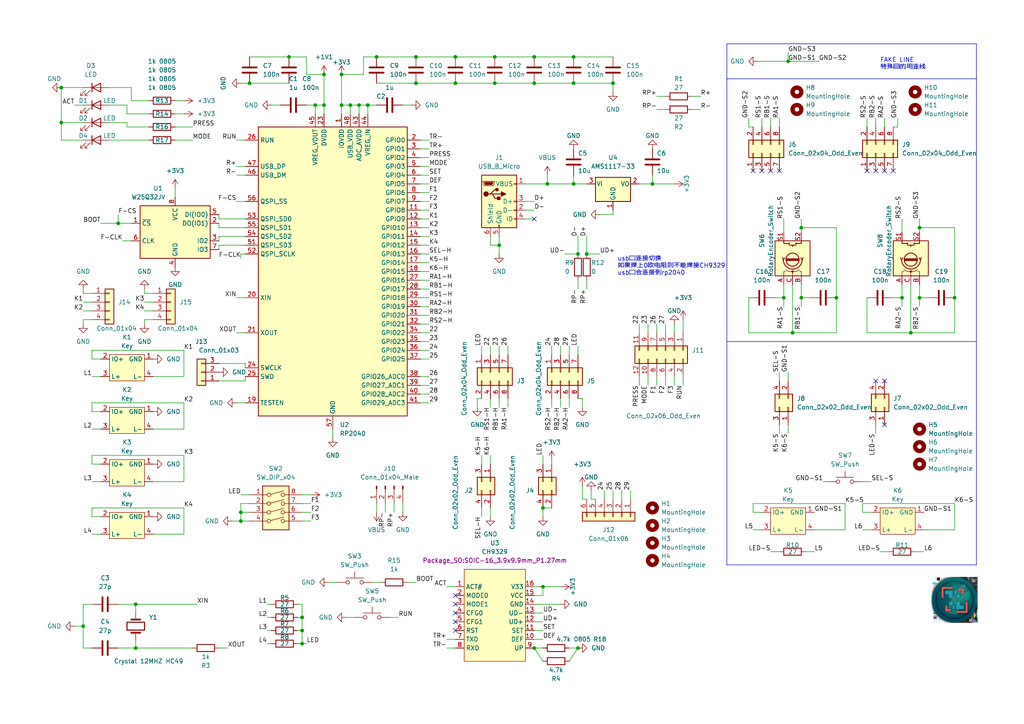
<source format=kicad_sch>
(kicad_sch (version 20230121) (generator eeschema)
  (paper "A4")
  (title_block (title "RKD-MicroUSB-SDVX") (date "2023-08-20") (rev "36") (company "PCX-LK") (comment 1 "https://github.com/PCX-LK/RKD"))
  (junction (at 266.7 66.04))
  (junction (at 167.64 187.96))
  (junction (at 261.62 86.36))
  (junction (at 154.94 16.51))
  (junction (at 99.06 30.48))
  (junction (at 166.37 16.51))
  (junction (at 242.57 86.36))
  (junction (at 109.22 16.51))
  (junction (at 276.86 86.36))
  (junction (at 166.37 24.13))
  (junction (at 157.48 170.18))
  (junction (at 228.6 17.78))
  (junction (at 83.82 16.51))
  (junction (at 91.44 30.48))
  (junction (at 120.65 16.51))
  (junction (at 229.87 96.52))
  (junction (at 24.13 181.61))
  (junction (at 189.23 53.34))
  (junction (at 93.98 30.48))
  (junction (at 170.18 73.66))
  (junction (at 177.8 24.13))
  (junction (at 39.37 175.26))
  (junction (at 93.98 21.59))
  (junction (at 69.85 151.13))
  (junction (at 104.14 30.48))
  (junction (at 17.78 25.4))
  (junction (at 143.51 16.51))
  (junction (at 69.85 148.59))
  (junction (at 143.51 24.13))
  (junction (at 167.64 73.66))
  (junction (at 166.37 53.34))
  (junction (at 132.08 16.51))
  (junction (at 158.75 53.34))
  (junction (at 87.63 186.69))
  (junction (at 72.39 24.13))
  (junction (at 87.63 179.07))
  (junction (at 99.06 21.59))
  (junction (at 264.16 96.52))
  (junction (at 227.33 86.36))
  (junction (at 87.63 182.88))
  (junction (at 154.94 187.96))
  (junction (at 106.68 30.48))
  (junction (at 232.41 66.04))
  (junction (at 132.08 24.13))
  (junction (at 34.29 64.77))
  (junction (at 17.78 35.56))
  (junction (at 157.48 147.32))
  (junction (at 232.41 86.36))
  (junction (at 101.6 30.48))
  (junction (at 154.94 24.13))
  (junction (at 120.65 24.13))
  (junction (at 144.78 71.12))
  (junction (at 39.37 187.96))
  (junction (at 266.7 86.36))
  (no_connect (at 223.52 49.53))
  (no_connect (at 256.54 49.53))
  (no_connect (at 259.08 49.53))
  (no_connect (at 254 49.53))
  (no_connect (at 218.44 49.53))
  (no_connect (at 132.08 180.34))
  (no_connect (at 132.08 172.72))
  (no_connect (at 132.08 175.26))
  (no_connect (at 132.08 177.8))
  (no_connect (at 154.94 63.5))
  (no_connect (at 254 110.49))
  (no_connect (at 256.54 123.19))
  (no_connect (at 220.98 49.53))
  (no_connect (at 226.06 49.53))
  (no_connect (at 132.08 182.88))
  (no_connect (at 251.46 49.53))
  (no_connect (at 256.54 110.49))
  (wire (pts (xy 172.72 144.78) (xy 171.45 144.78)))
  (wire (pts (xy 29.21 149.86) (xy 26.67 149.86)))
  (polyline (pts (xy 210.82 99.06) (xy 283.21 99.06)))
  (wire (pts (xy 139.7 132.08) (xy 139.7 134.62)))
  (wire (pts (xy 109.22 146.05) (xy 109.22 148.59)))
  (wire (pts (xy 77.47 186.69) (xy 78.74 186.69)))
  (polyline (pts (xy 283.21 12.7) (xy 283.21 22.86)))
  (wire (pts (xy 144.78 115.57) (xy 144.78 118.11)))
  (wire (pts (xy 276.86 86.36) (xy 276.86 96.52)))
  (wire (pts (xy 63.5 64.77) (xy 63.5 66.04)))
  (wire (pts (xy 260.35 36.83) (xy 260.35 34.29)))
  (wire (pts (xy 228.6 125.73) (xy 228.6 123.19)))
  (wire (pts (xy 121.92 60.96) (xy 124.46 60.96)))
  (wire (pts (xy 121.92 88.9) (xy 124.46 88.9)))
  (wire (pts (xy 143.51 16.51) (xy 154.94 16.51)))
  (wire (pts (xy 72.39 24.13) (xy 83.82 24.13)))
  (wire (pts (xy 87.63 143.51) (xy 90.17 143.51)))
  (wire (pts (xy 226.06 36.83) (xy 226.06 34.29)))
  (wire (pts (xy 109.22 16.51) (xy 120.65 16.51)))
  (wire (pts (xy 166.37 24.13) (xy 177.8 24.13)))
  (wire (pts (xy 26.67 85.09) (xy 24.13 85.09)))
  (wire (pts (xy 26.67 104.14) (xy 26.67 101.6)))
  (wire (pts (xy 264.16 82.55) (xy 264.16 96.52)))
  (wire (pts (xy 266.7 86.36) (xy 266.7 82.55)))
  (wire (pts (xy 88.9 21.59) (xy 93.98 21.59)))
  (wire (pts (xy 63.5 105.41) (xy 71.12 105.41)))
  (wire (pts (xy 39.37 187.96) (xy 55.88 187.96)))
  (wire (pts (xy 177.8 62.23) (xy 173.99 62.23)))
  (wire (pts (xy 144.78 68.58) (xy 144.78 71.12)))
  (wire (pts (xy 86.36 182.88) (xy 87.63 182.88)))
  (wire (pts (xy 223.52 36.83) (xy 223.52 34.29)))
  (wire (pts (xy 232.41 66.04) (xy 232.41 67.31)))
  (wire (pts (xy 36.83 33.02) (xy 43.18 33.02)))
  (wire (pts (xy 53.34 154.94) (xy 44.45 154.94)))
  (wire (pts (xy 223.52 160.02) (xy 226.06 160.02)))
  (wire (pts (xy 227.33 86.36) (xy 227.33 82.55)))
  (wire (pts (xy 63.5 71.12) (xy 71.12 71.12)))
  (wire (pts (xy 67.31 151.13) (xy 69.85 151.13)))
  (wire (pts (xy 87.63 182.88) (xy 87.63 179.07)))
  (wire (pts (xy 242.57 66.04) (xy 242.57 86.36)))
  (wire (pts (xy 36.83 30.48) (xy 36.83 33.02)))
  (wire (pts (xy 142.24 149.86) (xy 142.24 147.32)))
  (wire (pts (xy 121.92 71.12) (xy 124.46 71.12)))
  (wire (pts (xy 144.78 71.12) (xy 144.78 73.66)))
  (wire (pts (xy 166.37 16.51) (xy 177.8 16.51)))
  (wire (pts (xy 195.58 109.22) (xy 195.58 111.76)))
  (wire (pts (xy 154.94 177.8) (xy 157.48 177.8)))
  (wire (pts (xy 63.5 63.5) (xy 71.12 63.5)))
  (wire (pts (xy 68.58 86.36) (xy 71.12 86.36)))
  (wire (pts (xy 142.24 100.33) (xy 142.24 102.87)))
  (wire (pts (xy 233.68 160.02) (xy 236.22 160.02)))
  (wire (pts (xy 109.22 30.48) (xy 106.68 30.48)))
  (wire (pts (xy 99.06 21.59) (xy 105.41 21.59)))
  (wire (pts (xy 17.78 40.64) (xy 24.13 40.64)))
  (wire (pts (xy 252.73 148.59) (xy 250.19 148.59)))
  (wire (pts (xy 114.3 146.05) (xy 114.3 148.59)))
  (wire (pts (xy 53.34 101.6) (xy 53.34 109.22)))
  (wire (pts (xy 250.19 148.59) (xy 250.19 146.05)))
  (wire (pts (xy 53.34 132.08) (xy 53.34 139.7)))
  (wire (pts (xy 189.23 50.8) (xy 189.23 53.34)))
  (wire (pts (xy 105.41 21.59) (xy 105.41 16.51)))
  (wire (pts (xy 29.21 139.7) (xy 26.67 139.7)))
  (wire (pts (xy 157.48 147.32) (xy 160.02 147.32)))
  (polyline (pts (xy 210.82 22.86) (xy 210.82 163.83)))
  (wire (pts (xy 162.56 100.33) (xy 162.56 102.87)))
  (wire (pts (xy 29.21 109.22) (xy 26.67 109.22)))
  (wire (pts (xy 120.65 16.51) (xy 132.08 16.51)))
  (wire (pts (xy 147.32 100.33) (xy 147.32 102.87)))
  (wire (pts (xy 39.37 187.96) (xy 39.37 185.42)))
  (wire (pts (xy 162.56 170.18) (xy 157.48 170.18)))
  (polyline (pts (xy 210.82 12.7) (xy 283.21 12.7)))
  (wire (pts (xy 71.12 68.58) (xy 63.5 68.58)))
  (wire (pts (xy 29.21 134.62) (xy 26.67 134.62)))
  (wire (pts (xy 158.75 50.8) (xy 158.75 53.34)))
  (wire (pts (xy 71.12 73.66) (xy 69.85 73.66)))
  (wire (pts (xy 147.32 115.57) (xy 147.32 118.11)))
  (wire (pts (xy 17.78 35.56) (xy 17.78 40.64)))
  (wire (pts (xy 266.7 66.04) (xy 276.86 66.04)))
  (wire (pts (xy 180.34 142.24) (xy 180.34 144.78)))
  (wire (pts (xy 63.5 187.96) (xy 66.04 187.96)))
  (wire (pts (xy 68.58 40.64) (xy 71.12 40.64)))
  (wire (pts (xy 86.36 175.26) (xy 87.63 175.26)))
  (wire (pts (xy 177.8 62.23) (xy 177.8 60.96)))
  (wire (pts (xy 182.88 142.24) (xy 182.88 144.78)))
  (wire (pts (xy 252.73 153.67) (xy 250.19 153.67)))
  (wire (pts (xy 198.12 92.71) (xy 198.12 96.52)))
  (wire (pts (xy 26.67 92.71) (xy 24.13 92.71)))
  (wire (pts (xy 121.92 58.42) (xy 124.46 58.42)))
  (wire (pts (xy 162.56 115.57) (xy 162.56 118.11)))
  (wire (pts (xy 217.17 36.83) (xy 217.17 34.29)))
  (wire (pts (xy 50.8 54.61) (xy 50.8 57.15)))
  (wire (pts (xy 121.92 48.26) (xy 124.46 48.26)))
  (wire (pts (xy 259.08 36.83) (xy 260.35 36.83)))
  (wire (pts (xy 250.19 146.05) (xy 276.86 146.05)))
  (wire (pts (xy 41.91 90.17) (xy 44.45 90.17)))
  (wire (pts (xy 227.33 88.9) (xy 227.33 86.36)))
  (wire (pts (xy 152.4 60.96) (xy 154.94 60.96)))
  (wire (pts (xy 238.76 139.7) (xy 240.03 139.7)))
  (wire (pts (xy 229.87 96.52) (xy 229.87 82.55)))
  (polyline (pts (xy 210.82 163.83) (xy 283.21 163.83)))
  (wire (pts (xy 170.18 81.28) (xy 170.18 83.82)))
  (wire (pts (xy 106.68 30.48) (xy 106.68 33.02)))
  (wire (pts (xy 152.4 63.5) (xy 154.94 63.5)))
  (wire (pts (xy 229.87 96.52) (xy 217.17 96.52)))
  (wire (pts (xy 41.91 92.71) (xy 41.91 93.98)))
  (wire (pts (xy 50.8 33.02) (xy 53.34 33.02)))
  (wire (pts (xy 83.82 16.51) (xy 88.9 16.51)))
  (wire (pts (xy 24.13 85.09) (xy 24.13 83.82)))
  (wire (pts (xy 111.76 146.05) (xy 111.76 148.59)))
  (wire (pts (xy 87.63 148.59) (xy 90.17 148.59)))
  (wire (pts (xy 63.5 66.04) (xy 71.12 66.04)))
  (wire (pts (xy 142.24 132.08) (xy 142.24 134.62)))
  (wire (pts (xy 44.45 92.71) (xy 41.91 92.71)))
  (wire (pts (xy 99.06 21.59) (xy 99.06 30.48)))
  (wire (pts (xy 69.85 146.05) (xy 69.85 148.59)))
  (wire (pts (xy 245.11 146.05) (xy 245.11 153.67)))
  (wire (pts (xy 88.9 16.51) (xy 88.9 21.59)))
  (wire (pts (xy 87.63 175.26) (xy 87.63 179.07)))
  (wire (pts (xy 171.45 144.78) (xy 171.45 142.24)))
  (wire (pts (xy 26.67 119.38) (xy 26.67 116.84)))
  (wire (pts (xy 36.83 35.56) (xy 36.83 36.83)))
  (wire (pts (xy 104.14 30.48) (xy 106.68 30.48)))
  (wire (pts (xy 245.11 153.67) (xy 236.22 153.67)))
  (wire (pts (xy 69.85 151.13) (xy 72.39 151.13)))
  (wire (pts (xy 259.08 86.36) (xy 261.62 86.36)))
  (wire (pts (xy 24.13 30.48) (xy 21.59 30.48)))
  (wire (pts (xy 116.84 146.05) (xy 116.84 148.59)))
  (wire (pts (xy 121.92 116.84) (xy 124.46 116.84)))
  (wire (pts (xy 107.95 168.91) (xy 110.49 168.91)))
  (wire (pts (xy 121.92 55.88) (xy 124.46 55.88)))
  (wire (pts (xy 87.63 186.69) (xy 88.9 186.69)))
  (wire (pts (xy 53.34 29.21) (xy 50.8 29.21)))
  (wire (pts (xy 121.92 45.72) (xy 124.46 45.72)))
  (wire (pts (xy 121.92 111.76) (xy 124.46 111.76)))
  (wire (pts (xy 63.5 63.5) (xy 63.5 62.23)))
  (wire (pts (xy 158.75 53.34) (xy 166.37 53.34)))
  (wire (pts (xy 154.94 175.26) (xy 162.56 175.26)))
  (wire (pts (xy 121.92 81.28) (xy 124.46 81.28)))
  (wire (pts (xy 168.91 140.97) (xy 168.91 144.78)))
  (wire (pts (xy 78.74 30.48) (xy 81.28 30.48)))
  (wire (pts (xy 69.85 73.66) (xy 69.85 74.93)))
  (wire (pts (xy 41.91 87.63) (xy 44.45 87.63)))
  (wire (pts (xy 17.78 35.56) (xy 24.13 35.56)))
  (wire (pts (xy 170.18 73.66) (xy 173.99 73.66)))
  (wire (pts (xy 53.34 139.7) (xy 44.45 139.7)))
  (wire (pts (xy 69.85 24.13) (xy 72.39 24.13)))
  (wire (pts (xy 93.98 21.59) (xy 93.98 30.48)))
  (wire (pts (xy 198.12 109.22) (xy 198.12 111.76)))
  (wire (pts (xy 26.67 101.6) (xy 53.34 101.6)))
  (wire (pts (xy 86.36 179.07) (xy 87.63 179.07)))
  (wire (pts (xy 129.54 170.18) (xy 132.08 170.18)))
  (wire (pts (xy 261.62 88.9) (xy 261.62 86.36)))
  (wire (pts (xy 232.41 66.04) (xy 242.57 66.04)))
  (wire (pts (xy 154.94 170.18) (xy 157.48 170.18)))
  (wire (pts (xy 190.5 109.22) (xy 190.5 111.76)))
  (polyline (pts (xy 283.21 163.83) (xy 283.21 22.86)))
  (wire (pts (xy 121.92 91.44) (xy 124.46 91.44)))
  (wire (pts (xy 254 125.73) (xy 254 123.19)))
  (wire (pts (xy 157.48 149.86) (xy 157.48 147.32)))
  (wire (pts (xy 50.8 40.64) (xy 55.88 40.64)))
  (wire (pts (xy 232.41 86.36) (xy 234.95 86.36)))
  (wire (pts (xy 29.21 64.77) (xy 34.29 64.77)))
  (wire (pts (xy 29.21 154.94) (xy 26.67 154.94)))
  (wire (pts (xy 129.54 185.42) (xy 132.08 185.42)))
  (wire (pts (xy 71.12 109.22) (xy 71.12 110.49)))
  (wire (pts (xy 105.41 16.51) (xy 109.22 16.51)))
  (wire (pts (xy 276.86 96.52) (xy 264.16 96.52)))
  (wire (pts (xy 218.44 148.59) (xy 218.44 146.05)))
  (wire (pts (xy 200.66 27.94) (xy 203.2 27.94)))
  (wire (pts (xy 71.12 105.41) (xy 71.12 106.68)))
  (wire (pts (xy 96.52 124.46) (xy 96.52 127)))
  (wire (pts (xy 24.13 90.17) (xy 26.67 90.17)))
  (wire (pts (xy 132.08 24.13) (xy 143.51 24.13)))
  (wire (pts (xy 143.51 24.13) (xy 154.94 24.13)))
  (wire (pts (xy 251.46 86.36) (xy 251.46 96.52)))
  (wire (pts (xy 104.14 30.48) (xy 104.14 33.02)))
  (wire (pts (xy 157.48 182.88) (xy 154.94 182.88)))
  (wire (pts (xy 185.42 93.98) (xy 185.42 96.52)))
  (wire (pts (xy 189.23 53.34) (xy 185.42 53.34)))
  (wire (pts (xy 129.54 187.96) (xy 132.08 187.96)))
  (wire (pts (xy 160.02 115.57) (xy 160.02 118.11)))
  (wire (pts (xy 101.6 30.48) (xy 104.14 30.48)))
  (wire (pts (xy 224.79 86.36) (xy 227.33 86.36)))
  (wire (pts (xy 53.34 124.46) (xy 44.45 124.46)))
  (wire (pts (xy 165.1 115.57) (xy 165.1 118.11)))
  (wire (pts (xy 109.22 24.13) (xy 120.65 24.13)))
  (wire (pts (xy 220.98 153.67) (xy 218.44 153.67)))
  (wire (pts (xy 31.75 30.48) (xy 36.83 30.48)))
  (wire (pts (xy 121.92 63.5) (xy 124.46 63.5)))
  (wire (pts (xy 154.94 187.96) (xy 157.48 191.77)))
  (wire (pts (xy 121.92 78.74) (xy 124.46 78.74)))
  (wire (pts (xy 121.92 99.06) (xy 124.46 99.06)))
  (wire (pts (xy 232.41 86.36) (xy 232.41 82.55)))
  (wire (pts (xy 39.37 175.26) (xy 57.15 175.26)))
  (wire (pts (xy 157.48 132.08) (xy 157.48 134.62)))
  (wire (pts (xy 193.04 109.22) (xy 193.04 111.76)))
  (wire (pts (xy 63.5 72.39) (xy 63.5 71.12)))
  (wire (pts (xy 251.46 36.83) (xy 251.46 34.29)))
  (wire (pts (xy 88.9 30.48) (xy 91.44 30.48)))
  (wire (pts (xy 165.1 191.77) (xy 167.64 187.96)))
  (wire (pts (xy 17.78 25.4) (xy 17.78 35.56)))
  (wire (pts (xy 87.63 146.05) (xy 90.17 146.05)))
  (wire (pts (xy 38.1 29.21) (xy 38.1 25.4)))
  (wire (pts (xy 177.8 142.24) (xy 177.8 144.78)))
  (wire (pts (xy 218.44 36.83) (xy 217.17 36.83)))
  (wire (pts (xy 99.06 30.48) (xy 101.6 30.48)))
  (wire (pts (xy 200.66 31.75) (xy 203.2 31.75)))
  (wire (pts (xy 160.02 133.35) (xy 160.02 134.62)))
  (wire (pts (xy 121.92 83.82) (xy 124.46 83.82)))
  (wire (pts (xy 68.58 50.8) (xy 71.12 50.8)))
  (wire (pts (xy 250.19 139.7) (xy 252.73 139.7)))
  (wire (pts (xy 276.86 146.05) (xy 276.86 153.67)))
  (wire (pts (xy 154.94 187.96) (xy 157.48 187.96)))
  (wire (pts (xy 154.94 16.51) (xy 166.37 16.51)))
  (wire (pts (xy 177.8 24.13) (xy 177.8 26.67)))
  (wire (pts (xy 266.7 63.5) (xy 266.7 66.04)))
  (wire (pts (xy 69.85 148.59) (xy 72.39 148.59)))
  (wire (pts (xy 217.17 96.52) (xy 217.17 86.36)))
  (wire (pts (xy 154.94 185.42) (xy 157.48 185.42)))
  (wire (pts (xy 139.7 100.33) (xy 139.7 102.87)))
  (wire (pts (xy 228.6 15.24) (xy 228.6 17.78)))
  (wire (pts (xy 24.13 175.26) (xy 24.13 181.61)))
  (wire (pts (xy 26.67 149.86) (xy 26.67 147.32)))
  (wire (pts (xy 265.43 160.02) (xy 267.97 160.02)))
  (wire (pts (xy 163.83 73.66) (xy 167.64 73.66)))
  (wire (pts (xy 121.92 68.58) (xy 124.46 68.58)))
  (wire (pts (xy 228.6 17.78) (xy 237.49 17.78)))
  (wire (pts (xy 187.96 93.98) (xy 187.96 96.52)))
  (wire (pts (xy 220.98 148.59) (xy 218.44 148.59)))
  (wire (pts (xy 228.6 107.95) (xy 228.6 110.49)))
  (wire (pts (xy 154.94 172.72) (xy 157.48 172.72)))
  (wire (pts (xy 26.67 175.26) (xy 24.13 175.26)))
  (wire (pts (xy 69.85 148.59) (xy 69.85 151.13)))
  (wire (pts (xy 121.92 101.6) (xy 124.46 101.6)))
  (wire (pts (xy 165.1 100.33) (xy 165.1 102.87)))
  (wire (pts (xy 113.03 179.07) (xy 115.57 179.07)))
  (wire (pts (xy 121.92 73.66) (xy 124.46 73.66)))
  (wire (pts (xy 31.75 35.56) (xy 36.83 35.56)))
  (wire (pts (xy 254 36.83) (xy 254 34.29)))
  (wire (pts (xy 17.78 25.4) (xy 24.13 25.4)))
  (wire (pts (xy 39.37 175.26) (xy 39.37 177.8)))
  (polyline (pts (xy 210.82 22.86) (xy 283.21 22.86)))
  (wire (pts (xy 168.91 115.57) (xy 168.91 118.11)))
  (wire (pts (xy 132.08 16.51) (xy 143.51 16.51)))
  (wire (pts (xy 72.39 16.51) (xy 83.82 16.51)))
  (wire (pts (xy 170.18 68.58) (xy 170.18 73.66)))
  (wire (pts (xy 77.47 179.07) (xy 78.74 179.07)))
  (wire (pts (xy 34.29 64.77) (xy 38.1 64.77)))
  (wire (pts (xy 68.58 96.52) (xy 71.12 96.52)))
  (wire (pts (xy 167.64 68.58) (xy 167.64 73.66)))
  (wire (pts (xy 218.44 146.05) (xy 245.11 146.05)))
  (wire (pts (xy 220.98 36.83) (xy 220.98 34.29)))
  (wire (pts (xy 91.44 30.48) (xy 91.44 33.02)))
  (wire (pts (xy 99.06 33.02) (xy 99.06 30.48)))
  (wire (pts (xy 142.24 115.57) (xy 142.24 118.11)))
  (wire (pts (xy 36.83 36.83) (xy 43.18 36.83)))
  (wire (pts (xy 41.91 83.82) (xy 41.91 85.09)))
  (wire (pts (xy 87.63 186.69) (xy 87.63 182.88)))
  (wire (pts (xy 255.27 160.02) (xy 257.81 160.02)))
  (wire (pts (xy 219.71 17.78) (xy 228.6 17.78)))
  (wire (pts (xy 167.64 81.28) (xy 167.64 83.82)))
  (wire (pts (xy 26.67 147.32) (xy 53.34 147.32)))
  (wire (pts (xy 95.25 168.91) (xy 97.79 168.91)))
  (wire (pts (xy 53.34 116.84) (xy 53.34 124.46)))
  (wire (pts (xy 121.92 43.18) (xy 124.46 43.18)))
  (wire (pts (xy 69.85 146.05) (xy 72.39 146.05)))
  (wire (pts (xy 21.59 181.61) (xy 24.13 181.61)))
  (wire (pts (xy 167.64 115.57) (xy 168.91 115.57)))
  (wire (pts (xy 77.47 175.26) (xy 78.74 175.26)))
  (wire (pts (xy 261.62 86.36) (xy 261.62 82.55)))
  (wire (pts (xy 63.5 110.49) (xy 71.12 110.49)))
  (wire (pts (xy 227.33 67.31) (xy 227.33 63.5)))
  (wire (pts (xy 139.7 115.57) (xy 138.43 115.57)))
  (wire (pts (xy 86.36 186.69) (xy 87.63 186.69)))
  (wire (pts (xy 121.92 93.98) (xy 124.46 93.98)))
  (wire (pts (xy 121.92 76.2) (xy 124.46 76.2)))
  (wire (pts (xy 34.29 62.23) (xy 34.29 64.77)))
  (wire (pts (xy 142.24 71.12) (xy 144.78 71.12)))
  (wire (pts (xy 261.62 67.31) (xy 261.62 63.5)))
  (wire (pts (xy 120.65 24.13) (xy 132.08 24.13)))
  (wire (pts (xy 34.29 187.96) (xy 39.37 187.96)))
  (wire (pts (xy 242.57 96.52) (xy 229.87 96.52)))
  (wire (pts (xy 35.56 69.85) (xy 38.1 69.85)))
  (wire (pts (xy 121.92 40.64) (xy 124.46 40.64)))
  (wire (pts (xy 77.47 182.88) (xy 78.74 182.88)))
  (wire (pts (xy 53.34 147.32) (xy 53.34 154.94)))
  (wire (pts (xy 266.7 88.9) (xy 266.7 86.36)))
  (wire (pts (xy 139.7 149.86) (xy 139.7 147.32)))
  (wire (pts (xy 142.24 68.58) (xy 142.24 71.12)))
  (wire (pts (xy 187.96 109.22) (xy 187.96 111.76)))
  (wire (pts (xy 154.94 24.13) (xy 166.37 24.13)))
  (wire (pts (xy 154.94 180.34) (xy 157.48 180.34)))
  (wire (pts (xy 226.06 107.95) (xy 226.06 110.49)))
  (wire (pts (xy 242.57 86.36) (xy 242.57 96.52)))
  (wire (pts (xy 266.7 86.36) (xy 269.24 86.36)))
  (wire (pts (xy 226.06 125.73) (xy 226.06 123.19)))
  (wire (pts (xy 121.92 50.8) (xy 124.46 50.8)))
  (wire (pts (xy 43.18 29.21) (xy 38.1 29.21)))
  (wire (pts (xy 29.21 119.38) (xy 26.67 119.38)))
  (wire (pts (xy 232.41 88.9) (xy 232.41 86.36)))
  (wire (pts (xy 69.85 143.51) (xy 72.39 143.51)))
  (wire (pts (xy 157.48 172.72) (xy 157.48 170.18)))
  (wire (pts (xy 185.42 109.22) (xy 185.42 111.76)))
  (wire (pts (xy 189.23 53.34) (xy 195.58 53.34)))
  (wire (pts (xy 29.21 104.14) (xy 26.67 104.14)))
  (wire (pts (xy 50.8 36.83) (xy 55.88 36.83)))
  (wire (pts (xy 190.5 31.75) (xy 193.04 31.75)))
  (wire (pts (xy 121.92 109.22) (xy 124.46 109.22)))
  (wire (pts (xy 24.13 87.63) (xy 26.67 87.63)))
  (wire (pts (xy 63.5 68.58) (xy 63.5 69.85)))
  (wire (pts (xy 168.91 144.78) (xy 170.18 144.78)))
  (wire (pts (xy 144.78 100.33) (xy 144.78 102.87)))
  (wire (pts (xy 118.11 168.91) (xy 120.65 168.91)))
  (wire (pts (xy 256.54 36.83) (xy 256.54 34.29)))
  (wire (pts (xy 24.13 181.61) (xy 24.13 187.96)))
  (wire (pts (xy 31.75 25.4) (xy 38.1 25.4)))
  (wire (pts (xy 24.13 92.71) (xy 24.13 93.98)))
  (wire (pts (xy 166.37 50.8) (xy 166.37 53.34)))
  (wire (pts (xy 193.04 93.98) (xy 193.04 96.52)))
  (polyline (pts (xy 210.82 22.86) (xy 210.82 12.7)))
  (wire (pts (xy 190.5 27.94) (xy 193.04 27.94)))
  (wire (pts (xy 190.5 93.98) (xy 190.5 96.52)))
  (wire (pts (xy 165.1 187.96) (xy 167.64 187.96)))
  (wire (pts (xy 121.92 114.3) (xy 124.46 114.3)))
  (wire (pts (xy 195.58 93.98) (xy 195.58 96.52)))
  (wire (pts (xy 166.37 53.34) (xy 170.18 53.34)))
  (wire (pts (xy 93.98 33.02) (xy 93.98 30.48)))
  (wire (pts (xy 160.02 100.33) (xy 160.02 102.87)))
  (wire (pts (xy 34.29 175.26) (xy 39.37 175.26)))
  (wire (pts (xy 276.86 153.67) (xy 267.97 153.67)))
  (wire (pts (xy 121.92 66.04) (xy 124.46 66.04)))
  (wire (pts (xy 116.84 30.48) (xy 119.38 30.48)))
  (wire (pts (xy 101.6 30.48) (xy 101.6 33.02)))
  (wire (pts (xy 68.58 48.26) (xy 71.12 48.26)))
  (wire (pts (xy 138.43 115.57) (xy 138.43 118.11)))
  (wire (pts (xy 152.4 58.42) (xy 154.94 58.42)))
  (wire (pts (xy 68.58 116.84) (xy 71.12 116.84)))
  (wire (pts (xy 93.98 30.48) (xy 91.44 30.48)))
  (wire (pts (xy 232.41 63.5) (xy 232.41 66.04)))
  (wire (pts (xy 41.91 85.09) (xy 44.45 85.09)))
  (wire (pts (xy 121.92 96.52) (xy 124.46 96.52)))
  (wire (pts (xy 87.63 151.13) (xy 90.17 151.13)))
  (wire (pts (xy 26.67 132.08) (xy 53.34 132.08)))
  (wire (pts (xy 266.7 66.04) (xy 266.7 67.31)))
  (wire (pts (xy 26.67 134.62) (xy 26.67 132.08)))
  (wire (pts (xy 251.46 96.52) (xy 264.16 96.52)))
  (wire (pts (xy 31.75 40.64) (xy 43.18 40.64)))
  (wire (pts (xy 29.21 124.46) (xy 26.67 124.46)))
  (wire (pts (xy 167.64 100.33) (xy 167.64 102.87)))
  (wire (pts (xy 26.67 116.84) (xy 53.34 116.84)))
  (wire (pts (xy 121.92 104.14) (xy 124.46 104.14)))
  (wire (pts (xy 68.58 58.42) (xy 71.12 58.42)))
  (wire (pts (xy 152.4 53.34) (xy 158.75 53.34)))
  (wire (pts (xy 121.92 53.34) (xy 124.46 53.34)))
  (wire (pts (xy 24.13 187.96) (xy 26.67 187.96)))
  (wire (pts (xy 100.33 179.07) (xy 102.87 179.07)))
  (wire (pts (xy 121.92 86.36) (xy 124.46 86.36)))
  (wire (pts (xy 175.26 142.24) (xy 175.26 144.78)))
  (wire (pts (xy 276.86 66.04) (xy 276.86 86.36)))
  (wire (pts (xy 53.34 109.22) (xy 44.45 109.22)))
  (image (at 276.86 173.99) (scale 0.145832))
  (text "usb口连接切换\n如果焊上0欧电阻则不能焊接CH9329\nusb口会连接到rp2040" (at 179.07 80.01 0) (effects (font (size 1.27 1.27)) (justify left bottom)))
  (text "FAKE LINE\n特殊目的用连线" (at 255.27 20.32 0) (effects (font (size 1.27 1.27)) (justify left bottom)))
  (label "RUN" (at 68.58 40.64 180))
  (label "22" (at 142.24 100.33 90))
  (label "L3" (at 77.47 182.88 180))
  (label "R-" (at 203.2 31.75 0))
  (label "24" (at 175.26 142.24 90))
  (label "BOOT" (at 29.21 64.77 180))
  (label "RB2-H" (at 162.56 118.11 270))
  (label "29" (at 165.1 100.33 90))
  (label "UD+" (at 173.99 73.66 0))
  (label "PRESS" (at 55.88 36.83 0))
  (label "RS2-H" (at 160.02 118.11 270))
  (label "K4" (at 41.91 90.17 180))
  (label "F1" (at 124.46 55.88 0))
  (label "RP+" (at 190.5 27.94 180))
  (label "22" (at 185.42 93.98 90))
  (label "25" (at 124.46 104.14 0))
  (label "K6-S" (at 228.6 125.73 270))
  (label "L6" (at 267.97 160.02 0))
  (label "R-" (at 68.58 50.8 180))
  (label "RA2-H" (at 124.46 88.9 0))
  (label "L5" (at 218.44 153.67 180))
  (label "GND-S1" (at 238.76 139.7 180))
  (label "GND-S1" (at 228.6 107.95 90))
  (label "K6-H" (at 142.24 132.08 90))
  (label "RA1-H" (at 124.46 81.28 0))
  (label "F1" (at 90.17 146.05 0))
  (label "K2" (at 124.46 66.04 0))
  (label "GND-S1" (at 267.97 148.59 0))
  (label "RA2-S" (at 256.54 34.29 90))
  (label "27" (at 193.04 93.98 90))
  (label "L2" (at 77.47 179.07 180))
  (label "PRESS" (at 124.46 45.72 0))
  (label "RP-" (at 111.76 148.59 270))
  (label "RS2-S" (at 251.46 34.29 90))
  (label "RB1-S" (at 223.52 34.29 90))
  (label "28" (at 162.56 100.33 90))
  (label "RP+" (at 170.18 83.82 270))
  (label "UD-" (at 163.83 73.66 180))
  (label "LED-S" (at 254 125.73 270))
  (label "LED" (at 88.9 186.69 0))
  (label "RP+" (at 114.3 148.59 270))
  (label "24" (at 160.02 100.33 90))
  (label "TR+" (at 124.46 43.18 0))
  (label "22" (at 124.46 96.52 0))
  (label "RB2-S" (at 254 34.29 90))
  (label "SEL-S" (at 252.73 139.7 0))
  (label "RB2-S" (at 266.7 88.9 270))
  (label "RB1-H" (at 124.46 83.82 0))
  (label "F-CS" (at 68.58 58.42 180))
  (label "RS1-S" (at 220.98 34.29 90))
  (label "RA1-H" (at 147.32 118.11 270))
  (label "BOOT" (at 120.65 168.91 0))
  (label "28" (at 124.46 114.3 0))
  (label "L5" (at 236.22 160.02 0))
  (label "LED" (at 139.7 100.33 90))
  (label "RB1-S" (at 232.41 88.9 270))
  (label "K4" (at 53.34 147.32 0))
  (label "UD+" (at 157.48 180.34 0))
  (label "RS1-S" (at 227.33 63.5 90))
  (label "R+" (at 203.2 27.94 0))
  (label "XOUT" (at 68.58 96.52 180))
  (label "K3" (at 53.34 132.08 0))
  (label "26" (at 124.46 109.22 0))
  (label "F3" (at 124.46 60.96 0))
  (label "L6" (at 250.19 153.67 180))
  (label "K5-H" (at 139.7 132.08 90))
  (label "RB1-H" (at 144.78 118.11 270))
  (label "K3" (at 41.91 87.63 180))
  (label "24" (at 124.46 101.6 0))
  (label "PRESS" (at 185.42 111.76 270))
  (label "RS1-H" (at 142.24 118.11 270))
  (label "SEL-H" (at 139.7 149.86 270))
  (label "K5-S" (at 245.11 146.05 0))
  (label "L3" (at 26.67 139.7 180))
  (label "28" (at 180.34 142.24 90))
  (label "L4" (at 26.67 154.94 180))
  (label "27" (at 124.46 111.76 0))
  (label "F-CLK" (at 69.85 74.93 180))
  (label "29" (at 182.88 142.24 90))
  (label "23" (at 144.78 100.33 90))
  (label "XIN" (at 57.15 175.26 0))
  (label "K2" (at 53.34 116.84 0))
  (label "25" (at 177.8 142.24 90))
  (label "D+" (at 154.94 58.42 0))
  (label "GND-S1" (at 236.22 148.59 0))
  (label "DEF" (at 124.46 53.34 0))
  (label "K4" (at 124.46 71.12 0))
  (label "R+" (at 68.58 48.26 180))
  (label "F1" (at 190.5 111.76 270))
  (label "RS1-H" (at 124.46 86.36 0))
  (label "MODE" (at 187.96 111.76 270))
  (label "LED" (at 167.64 100.33 90))
  (label "SET" (at 157.48 182.88 0))
  (label "LED-S" (at 255.27 160.02 180))
  (label "UD-" (at 157.48 177.8 0))
  (label "K1" (at 124.46 63.5 0))
  (label "F-CLK" (at 35.56 69.85 180))
  (label "26" (at 147.32 100.33 90))
  (label "SEL-H" (at 124.46 73.66 0))
  (label "DEF" (at 157.48 185.42 0))
  (label "TR-" (at 129.54 187.96 180))
  (label "23" (at 187.96 93.98 90))
  (label "XOUT" (at 66.04 187.96 0))
  (label "F-CS" (at 34.29 62.23 0))
  (label "MODE" (at 124.46 48.26 0))
  (label "F2" (at 193.04 111.76 270))
  (label "K5-H" (at 124.46 76.2 0))
  (label "GND-S2" (at 217.17 34.29 90))
  (label "F3" (at 195.58 111.76 270))
  (label "SEL-S" (at 226.06 107.95 90))
  (label "F2" (at 124.46 58.42 0))
  (label "MODE" (at 55.88 40.64 0))
  (label "GND-S3" (at 260.35 34.29 90))
  (label "K3" (at 124.46 68.58 0))
  (label "K2" (at 24.13 90.17 180))
  (label "ACT" (at 129.54 170.18 180))
  (label "RS2-H" (at 124.46 93.98 0))
  (label "D-" (at 154.94 60.96 0))
  (label "TR-" (at 124.46 40.64 0))
  (label "RP-" (at 190.5 31.75 180))
  (label "GND-S3" (at 228.6 15.24 0))
  (label "29" (at 124.46 116.84 0))
  (label "SET" (at 124.46 50.8 0))
  (label "L1" (at 26.67 109.22 180))
  (label "F3" (at 90.17 151.13 0))
  (label "RP-" (at 167.64 83.82 270))
  (label "RA1-S" (at 226.06 34.29 90))
  (label "RA1-S" (at 227.33 88.9 270))
  (label "K1" (at 24.13 87.63 180))
  (label "L2" (at 26.67 124.46 180))
  (label "RA2-S" (at 261.62 88.9 270))
  (label "RB2-H" (at 124.46 91.44 0))
  (label "GND-S1" (at 228.6 17.78 0))
  (label "23" (at 124.46 99.06 0))
  (label "K6-H" (at 124.46 78.74 0))
  (label "D+" (at 170.18 68.58 90))
  (label "LED-S" (at 223.52 160.02 180))
  (label "GND-S2" (at 232.41 63.5 90))
  (label "L1" (at 77.47 175.26 180))
  (label "LED" (at 157.48 132.08 90))
  (label "D-" (at 167.64 68.58 90))
  (label "F2" (at 90.17 148.59 0))
  (label "K5-S" (at 226.06 125.73 270))
  (label "L4" (at 77.47 186.69 180))
  (label "RUN" (at 115.57 179.07 0))
  (label "XIN" (at 68.58 86.36 180))
  (label "RS2-S" (at 261.62 63.5 90))
  (label "26" (at 190.5 93.98 90))
  (label "LED" (at 69.85 143.51 180))
  (label "GND-S3" (at 266.7 63.5 90))
  (label "RA2-H" (at 165.1 118.11 270))
  (label "TR+" (at 129.54 185.42 180))
  (label "GND-S2" (at 237.49 17.78 0))
  (label "RUN" (at 198.12 111.76 270))
  (label "K6-S" (at 276.86 146.05 0))
  (label "K1" (at 53.34 101.6 0))
  (label "ACT" (at 21.59 30.48 180))
  (symbol (lib_id "Device:R") (at 196.85 31.75 270) (unit 1)
    (property "Reference" "R2" (at 196.85 36.83 90))
    (property "Value" "27" (at 196.85 34.29 90))
    (property "Footprint" "Resistor_SMD:R_0805_2012Metric" (effects hide))
  )
  (symbol (lib_id "power:+1V1") (at 93.98 21.59 0) (unit 1)
    (property "Reference" "#PWR0109" (effects hide))
    (property "Value" "+1V1" (at 93.98 16.51 0))
  )
  (symbol (lib_id "power:+3V3") (at 53.34 29.21 270) (unit 1)
    (property "Reference" "#PWR04" (effects hide))
    (property "Value" "+3V3" (at 57.15 29.2101 90) (effects (justify left)))
  )
  (symbol (lib_id "power:GND") (at 44.45 149.86 90) (mirror x) (unit 1)
    (property "Reference" "#PWR0128" (effects hide))
    (property "Value" "GND" (at 48.26 149.8599 90) (effects (justify right)))
  )
  (symbol (lib_id "power:GND") (at 167.64 187.96 90) (unit 1)
    (property "Reference" "#PWR0114" (effects hide))
    (property "Value" "GND" (at 171.45 187.9599 90) (effects (justify right)))
  )
  (symbol (lib_id "Device:R") (at 46.99 29.21 90) (unit 1)
    (property "Reference" "R13" (at 46.99 29.21 90))
    (property "Value" "1k 0805" (at 46.99 17.78 90))
    (property "Footprint" "Resistor_SMD:R_0805_2012Metric" (effects hide))
  )
  (symbol (lib_name "Key_3") (lib_id "Key:Key") (at 260.35 151.13 0) (unit 1)
    (property "Reference" "K6" (at 260.35 142.24 0))
    (property "Value" "Key" (at 260.35 144.78 0))
    (property "Footprint" "foot:Key" (effects hide))
  )
  (symbol (lib_id "Connector:USB_B_Micro") (at 144.78 58.42 0) (unit 1)
    (property "Reference" "J1" (at 144.78 45.72 0))
    (property "Value" "USB_B_Micro" (at 144.78 48.26 0))
    (property "Footprint" "foot:MICRO-USB-SMD_MICRO-4P-DIP-JB" (effects hide))
  )
  (symbol (lib_id "Device:C") (at 83.82 20.32 180) (unit 1)
    (property "Reference" "C8" (at 87.63 22.86 0) (effects (justify right)))
    (property "Value" "100n" (at 87.63 25.4 0) (effects (justify right)))
    (property "Footprint" "Capacitor_SMD:C_0805_2012Metric" (effects hide))
  )
  (symbol (lib_id "Switch:SW_Push") (at 107.95 179.07 0) (unit 1)
    (property "Reference" "SW5" (at 107.95 171.45 0))
    (property "Value" "SW_Push" (at 107.95 173.99 0))
    (property "Footprint" "Button_Switch_SMD:SW_Push_1P1T_NO_6x6mm_H9.5mm" (effects hide))
  )
  (symbol (lib_id "Mechanical:MountingHole") (at 266.7 129.54 0) (unit 1)
    (property "Reference" "H6" (at 269.24 128.2699 0) (effects (justify left)))
    (property "Value" "MountingHole" (at 269.24 130.8099 0) (effects (justify left)))
    (property "Footprint" "foot:HO" (effects hide))
  )
  (symbol (lib_id "Mechanical:MountingHole") (at 265.43 26.67 0) (unit 1)
    (property "Reference" "H10" (at 267.97 25.3999 0) (effects (justify left)))
    (property "Value" "MountingHole" (at 267.97 27.9399 0) (effects (justify left)))
    (property "Footprint" "foot:HO" (effects hide))
  )
  (symbol (lib_id "Mechanical:MountingHole") (at 266.7 124.46 0) (unit 1)
    (property "Reference" "H5" (at 269.24 123.1899 0) (effects (justify left)))
    (property "Value" "MountingHole" (at 269.24 125.7299 0) (effects (justify left)))
    (property "Footprint" "foot:HO" (effects hide))
  )
  (symbol (lib_id "Device:R") (at 114.3 168.91 90) (unit 1)
    (property "Reference" "R15" (at 114.3 162.56 90))
    (property "Value" "1k" (at 114.3 165.1 90))
    (property "Footprint" "Resistor_SMD:R_0805_2012Metric" (effects hide))
  )
  (symbol (lib_id "Mechanical:MountingHole") (at 189.23 147.32 0) (unit 1)
    (property "Reference" "H1" (at 191.77 146.0499 0) (effects (justify left)))
    (property "Value" "MountingHole" (at 191.77 148.5899 0) (effects (justify left)))
    (property "Footprint" "foot:HO" (effects hide))
  )
  (symbol (lib_id "power:GND") (at 95.25 168.91 270) (unit 1)
    (property "Reference" "#PWR0141" (effects hide))
    (property "Value" "GND" (at 91.44 168.9099 90) (effects (justify right)))
  )
  (symbol (lib_id "Connector_Generic:Conn_01x06") (at 177.8 149.86 270) (unit 1)
    (property "Reference" "J12" (at 176.53 153.67 90))
    (property "Value" "Conn_01x06" (at 176.53 156.21 90))
    (property "Footprint" "Connector_PinHeader_2.54mm:PinHeader_1x06_P2.54mm_Vertical" (effects hide))
  )
  (symbol (lib_id "power:+3V3") (at 99.06 21.59 0) (unit 1)
    (property "Reference" "#PWR0110" (effects hide))
    (property "Value" "+3V3" (at 99.06 18.034 0))
  )
  (symbol (lib_id "Mechanical:MountingHole") (at 231.14 31.75 0) (unit 1)
    (property "Reference" "H9" (at 233.68 30.4799 0) (effects (justify left)))
    (property "Value" "MountingHole" (at 233.68 33.0199 0) (effects (justify left)))
    (property "Footprint" "foot:HO" (effects hide))
  )
  (symbol (lib_id "Connector_Generic:Conn_02x04_Odd_Even") (at 254 44.45 90) (unit 1)
    (property "Reference" "J9" (at 261.62 41.9099 90) (effects (justify right)))
    (property "Value" "Conn_02x04_Odd_Even" (at 261.62 44.4499 90) (effects (justify right)))
    (property "Footprint" "Connector_PinSocket_2.54mm:PinSocket_2x04_P2.54mm_Horizontal" (effects hide))
  )
  (symbol (lib_id "Device:R") (at 261.62 160.02 90) (unit 1)
    (property "Reference" "R11" (at 261.62 158.115 90))
    (property "Value" "27" (at 261.62 160.02 90))
    (property "Footprint" "Resistor_SMD:R_0805_2012Metric" (effects hide))
  )
  (symbol (lib_name "Key_3") (lib_id "Key:Key") (at 36.83 152.4 0) (unit 1)
    (property "Reference" "K4" (at 36.83 143.51 0))
    (property "Value" "Key" (at 36.83 146.05 0))
    (property "Footprint" "foot:Key" (effects hide))
  )
  (symbol (lib_id "Device:C") (at 30.48 175.26 90) (unit 1)
    (property "Reference" "C3" (at 30.48 167.64 90))
    (property "Value" "27p" (at 30.48 170.18 90))
    (property "Footprint" "Capacitor_SMD:C_0805_2012Metric" (effects hide))
  )
  (symbol (lib_id "power:GND") (at 50.8 77.47 0) (unit 1)
    (property "Reference" "#PWR0107" (effects hide))
    (property "Value" "GND" (at 50.8 82.55 0))
  )
  (symbol (lib_id "Device:C") (at 109.22 20.32 0) (unit 1)
    (property "Reference" "C9" (at 113.03 19.0499 0) (effects (justify left)))
    (property "Value" "100n" (at 113.03 21.5899 0) (effects (justify left)))
    (property "Footprint" "Capacitor_SMD:C_0805_2012Metric" (effects hide))
  )
  (symbol (lib_id "power:GND") (at 166.37 43.18 0) (mirror x) (unit 1)
    (property "Reference" "#PWR0102" (effects hide))
    (property "Value" "GND" (at 166.37 39.37 0))
  )
  (symbol (lib_id "power:+3V3") (at 160.02 133.35 0) (mirror y) (unit 1)
    (property "Reference" "#PWR0129" (effects hide))
    (property "Value" "+3V3" (at 160.02 128.27 0))
  )
  (symbol (lib_id "Device:C") (at 255.27 86.36 270) (unit 1)
    (property "Reference" "C18" (at 255.27 78.74 90))
    (property "Value" "100n" (at 255.27 81.28 90))
    (property "Footprint" "Capacitor_SMD:C_0805_2012Metric" (effects hide))
  )
  (symbol (lib_id "power:+3V3") (at 53.34 33.02 270) (unit 1)
    (property "Reference" "#PWR0122" (effects hide))
    (property "Value" "+3V3" (at 57.15 33.0201 90) (effects (justify left)))
  )
  (symbol (lib_id "Device:LED") (at 27.94 30.48 0) (unit 1)
    (property "Reference" "D1" (at 24.13 29.21 0))
    (property "Value" "LED" (at 31.75 29.21 0))
    (property "Footprint" "foot:L1206" (effects hide))
  )
  (symbol (lib_name "Key_3") (lib_id "Key:Key") (at 36.83 137.16 0) (unit 1)
    (property "Reference" "K3" (at 36.83 128.27 0))
    (property "Value" "Key" (at 36.83 130.81 0))
    (property "Footprint" "foot:Key" (effects hide))
  )
  (symbol (lib_id "Memory_Flash:W25Q32JVSS") (at 50.8 67.31 0) (unit 1)
    (property "Reference" "U1" (at 44.45 54.61 0) (effects (justify left)))
    (property "Value" "W25Q32JV" (at 38.1 57.15 0) (effects (justify left)))
    (property "Footprint" "Package_SO:SOIC-8_5.23x5.23mm_P1.27mm" (effects hide))
    (property "Datasheet" "http://www.winbond.com/resource-files/w25q32jv%20revg%2003272018%20plus.pdf" (effects hide))
  )
  (symbol (lib_id "power:GND") (at 177.8 26.67 0) (unit 1)
    (property "Reference" "#PWR0121" (effects hide))
    (property "Value" "GND" (at 177.8 31.75 0))
  )
  (symbol (lib_id "power:GND") (at 138.43 118.11 0) (unit 1)
    (property "Reference" "#PWR0124" (effects hide))
    (property "Value" "GND" (at 138.43 123.19 0))
  )
  (symbol (lib_id "power:GND") (at 96.52 127 0) (unit 1)
    (property "Reference" "#PWR0119" (effects hide))
    (property "Value" "GND" (at 96.52 132.08 0))
  )
  (symbol (lib_id "power:GND") (at 41.91 93.98 0) (unit 1)
    (property "Reference" "#PWR08" (effects hide))
    (property "Value" "GND" (at 41.91 99.06 0))
  )
  (symbol (lib_id "Device:RotaryEncoder_Switch") (at 264.16 74.93 90) (unit 1)
    (property "Reference" "SW8" (at 255.27 69.85 0))
    (property "Value" "RotaryEncoder_Switch" (at 257.81 69.85 0))
    (property "Footprint" "Rotary_Encoder:RotaryEncoder_Alps_EC11E-Switch_Vertical_H20mm" (effects hide))
  )
  (symbol (lib_id "power:+3V3") (at 198.12 92.71 0) (unit 1)
    (property "Reference" "#PWR0125" (effects hide))
    (property "Value" "+3V3" (at 198.12 86.36 0))
  )
  (symbol (lib_id "Mechanical:MountingHole") (at 189.23 162.56 0) (unit 1)
    (property "Reference" "H4" (at 191.77 161.2899 0) (effects (justify left)))
    (property "Value" "MountingHole" (at 191.77 163.8299 0) (effects (justify left)))
    (property "Footprint" "foot:HO" (effects hide))
  )
  (symbol (lib_id "power:GND") (at 144.78 73.66 0) (unit 1)
    (property "Reference" "#PWR0104" (effects hide))
    (property "Value" "GND" (at 144.78 78.74 0))
  )
  (symbol (lib_id "Connector:Conn_01x04_Male") (at 111.76 140.97 90) (mirror x) (unit 1)
    (property "Reference" "J10" (at 113.03 135.89 90))
    (property "Value" "Conn_01x04_Male" (at 113.03 138.43 90))
    (property "Footprint" "foot:XH-7mm" (effects hide))
  )
  (symbol (lib_name "Key_3") (lib_id "Key:Key") (at 36.83 121.92 0) (unit 1)
    (property "Reference" "K2" (at 36.83 113.03 0))
    (property "Value" "Key" (at 36.83 115.57 0))
    (property "Footprint" "foot:Key" (effects hide))
  )
  (symbol (lib_id "power:GND") (at 195.58 93.98 180) (unit 1)
    (property "Reference" "#PWR0136" (effects hide))
    (property "Value" "GND" (at 195.58 90.17 0))
  )
  (symbol (lib_id "Device:C") (at 113.03 30.48 90) (unit 1)
    (property "Reference" "C2" (at 110.49 27.94 90))
    (property "Value" "1u" (at 113.03 25.4 90))
    (property "Footprint" "Capacitor_SMD:C_0805_2012Metric" (effects hide))
  )
  (symbol (lib_id "power:GND") (at 189.23 43.18 0) (mirror x) (unit 1)
    (property "Reference" "#PWR0105" (effects hide))
    (property "Value" "GND" (at 189.23 39.37 0))
  )
  (symbol (lib_id "MCU_RaspberryPi:RP2040") (at 96.52 78.74 0) (unit 1)
    (property "Reference" "U2" (at 98.5394 123.19 0) (effects (justify left)))
    (property "Value" "RP2040" (at 98.5394 125.73 0) (effects (justify left)))
    (property "Footprint" "foot:RP2040-QFN-56" (effects hide))
    (property "Datasheet" "https://datasheets.raspberrypi.com/rp2040/rp2040-datasheet.pdf" (effects hide))
  )
  (symbol (lib_id "Device:R") (at 161.29 187.96 90) (unit 1)
    (property "Reference" "R18" (at 173.99 185.42 90))
    (property "Value" "4.7k 0805" (at 166.37 185.42 90))
    (property "Footprint" "Resistor_SMD:R_0805_2012Metric" (effects hide))
  )
  (symbol (lib_id "power:GND") (at 157.48 149.86 0) (unit 1)
    (property "Reference" "#PWR0133" (effects hide))
    (property "Value" "GND" (at 157.48 154.94 0))
  )
  (symbol (lib_id "Switch:SW_Push") (at 102.87 168.91 0) (unit 1)
    (property "Reference" "SW3" (at 102.87 161.29 0))
    (property "Value" "SW_Push" (at 102.87 163.83 0))
    (property "Footprint" "Button_Switch_SMD:SW_Push_1P1T_NO_6x6mm_H9.5mm" (effects hide))
  )
  (symbol (lib_id "Device:C") (at 189.23 46.99 180) (unit 1)
    (property "Reference" "C6" (at 190.5 44.45 0) (effects (justify right)))
    (property "Value" "10u" (at 190.5 49.53 0) (effects (justify right)))
    (property "Footprint" "Capacitor_SMD:C_0805_2012Metric" (effects hide))
  )
  (symbol (lib_id "Connector_Generic:Conn_02x02_Odd_Even") (at 228.6 118.11 270) (mirror x) (unit 1)
    (property "Reference" "J8" (at 231.14 115.5699 90) (effects (justify left)))
    (property "Value" "Conn_02x02_Odd_Even" (at 231.14 118.1099 90) (effects (justify left)))
    (property "Footprint" "Connector_PinSocket_2.54mm:PinSocket_2x02_P2.54mm_Horizontal" (effects hide))
  )
  (symbol (lib_id "ch9329:CH9329") (at 143.51 177.8 0) (unit 1)
    (property "Reference" "U3" (at 143.51 157.48 0))
    (property "Value" "CH9329" (at 143.51 160.02 0))
    (property "Footprint" "Package_SO:SOIC-16_3.9x9.9mm_P1.27mm" (at 143.51 162.56 0))
  )
  (symbol (lib_id "Device:C") (at 166.37 46.99 180) (unit 1)
    (property "Reference" "C5" (at 167.64 44.45 0) (effects (justify right)))
    (property "Value" "10u" (at 167.64 49.53 0) (effects (justify right)))
    (property "Footprint" "Capacitor_SMD:C_0805_2012Metric" (effects hide))
  )
  (symbol (lib_id "power:+3V3") (at 50.8 54.61 0) (unit 1)
    (property "Reference" "#PWR01" (effects hide))
    (property "Value" "+3V3" (at 50.8 49.53 0))
  )
  (symbol (lib_id "Device:C") (at 143.51 20.32 0) (unit 1)
    (property "Reference" "C12" (at 147.32 19.0499 0) (effects (justify left)))
    (property "Value" "100n" (at 147.32 21.5899 0) (effects (justify left)))
    (property "Footprint" "Capacitor_SMD:C_0805_2012Metric" (effects hide))
  )
  (symbol (lib_id "Device:C") (at 166.37 20.32 0) (unit 1)
    (property "Reference" "C14" (at 170.18 19.0499 0) (effects (justify left)))
    (property "Value" "100n" (at 170.18 21.5899 0) (effects (justify left)))
    (property "Footprint" "Capacitor_SMD:C_0805_2012Metric" (effects hide))
  )
  (symbol (lib_id "Mechanical:MountingHole") (at 231.14 26.67 0) (unit 1)
    (property "Reference" "H8" (at 233.68 25.3999 0) (effects (justify left)))
    (property "Value" "MountingHole" (at 233.68 27.9399 0) (effects (justify left)))
    (property "Footprint" "foot:HO" (effects hide))
  )
  (symbol (lib_id "Device:C") (at 177.8 20.32 0) (unit 1)
    (property "Reference" "C15" (at 181.61 19.0499 0) (effects (justify left)))
    (property "Value" "100n" (at 181.61 21.5899 0) (effects (justify left)))
    (property "Footprint" "Capacitor_SMD:C_0805_2012Metric" (effects hide))
  )
  (symbol (lib_id "Switch:SW_DIP_x04") (at 80.01 148.59 0) (unit 1)
    (property "Reference" "SW2" (at 80.01 135.89 0))
    (property "Value" "SW_DIP_x04" (at 80.01 138.43 0))
    (property "Footprint" "Button_Switch_THT:SW_DIP_SPSTx04_Slide_9.78x12.34mm_W7.62mm_P2.54mm" (effects hide))
  )
  (symbol (lib_id "power:GND") (at 21.59 181.61 270) (unit 1)
    (property "Reference" "#PWR0120" (effects hide))
    (property "Value" "GND" (at 17.78 181.6099 90) (effects (justify right)))
  )
  (symbol (lib_id "power:GND") (at 173.99 62.23 270) (unit 1)
    (property "Reference" "#PWR0101" (effects hide))
    (property "Value" "GND" (at 170.18 62.2299 90) (effects (justify right)))
  )
  (symbol (lib_id "Connector_Generic:Conn_01x04") (at 31.75 87.63 0) (unit 1)
    (property "Reference" "J14" (at 34.29 87.6299 0) (effects (justify left)))
    (property "Value" "Conn_01x04" (at 27.94 95.25 0) (effects (justify left)))
    (property "Footprint" "Connector_PinHeader_2.54mm:PinHeader_1x04_P2.54mm_Vertical" (effects hide))
  )
  (symbol (lib_id "Device:LED") (at 27.94 35.56 0) (unit 1)
    (property "Reference" "D2" (at 24.13 34.29 0))
    (property "Value" "LED" (at 31.75 34.29 0))
    (property "Footprint" "foot:L1206" (effects hide))
  )
  (symbol (lib_id "power:GND") (at 78.74 30.48 270) (unit 1)
    (property "Reference" "#PWR0112" (effects hide))
    (property "Value" "GND" (at 74.93 30.4799 90) (effects (justify right)))
  )
  (symbol (lib_id "power:GND") (at 162.56 175.26 90) (unit 1)
    (property "Reference" "#PWR0115" (effects hide))
    (property "Value" "GND" (at 166.37 175.2599 90) (effects (justify right)))
  )
  (symbol (lib_id "power:GND") (at 171.45 142.24 180) (unit 1)
    (property "Reference" "#PWR0137" (effects hide))
    (property "Value" "GND" (at 171.45 138.43 0))
  )
  (symbol (lib_id "Device:C") (at 132.08 20.32 0) (unit 1)
    (property "Reference" "C11" (at 135.89 19.0499 0) (effects (justify left)))
    (property "Value" "100n" (at 135.89 21.5899 0) (effects (justify left)))
    (property "Footprint" "Capacitor_SMD:C_0805_2012Metric" (effects hide))
  )
  (symbol (lib_id "power:GND") (at 44.45 134.62 90) (mirror x) (unit 1)
    (property "Reference" "#PWR0127" (effects hide))
    (property "Value" "GND" (at 48.26 134.6199 90) (effects (justify right)))
  )
  (symbol (lib_name "Key_3") (lib_id "Key:Key") (at 228.6 151.13 0) (unit 1)
    (property "Reference" "K5" (at 228.6 142.24 0))
    (property "Value" "Key" (at 228.6 144.78 0))
    (property "Footprint" "foot:Key" (effects hide))
  )
  (symbol (lib_id "Device:C") (at 220.98 86.36 270) (unit 1)
    (property "Reference" "C16" (at 220.98 78.74 90))
    (property "Value" "100n" (at 220.98 81.28 90))
    (property "Footprint" "Capacitor_SMD:C_0805_2012Metric" (effects hide))
  )
  (symbol (lib_id "Connector_Generic:Conn_01x03") (at 58.42 107.95 180) (unit 1)
    (property "Reference" "J13" (at 58.42 99.06 0))
    (property "Value" "Conn_01x03" (at 63.5 101.6 0))
    (property "Footprint" "Connector_PinHeader_2.54mm:PinHeader_1x03_P2.54mm_Vertical" (effects hide))
  )
  (symbol (lib_id "Mechanical:MountingHole") (at 189.23 152.4 0) (unit 1)
    (property "Reference" "H2" (at 191.77 151.1299 0) (effects (justify left)))
    (property "Value" "MountingHole" (at 191.77 153.6699 0) (effects (justify left)))
    (property "Footprint" "foot:HO" (effects hide))
  )
  (symbol (lib_id "power:GND") (at 68.58 116.84 270) (unit 1)
    (property "Reference" "#PWR0111" (effects hide))
    (property "Value" "GND" (at 64.77 116.8399 90) (effects (justify right)))
  )
  (symbol (lib_id "Device:R") (at 82.55 182.88 90) (unit 1)
    (property "Reference" "R7" (at 82.55 180.975 90))
    (property "Value" "27" (at 82.55 182.88 90))
    (property "Footprint" "Resistor_SMD:R_0805_2012Metric" (effects hide))
  )
  (symbol (lib_id "power:VBUS") (at 158.75 50.8 0) (unit 1)
    (property "Reference" "#PWR0103" (effects hide))
    (property "Value" "VBUS" (at 158.75 45.72 0))
  )
  (symbol (lib_id "Switch:SW_Push") (at 245.11 139.7 0) (unit 1)
    (property "Reference" "SW7" (at 245.11 132.08 0))
    (property "Value" "SW_Push" (at 245.11 134.62 0))
    (property "Footprint" "Button_Switch_THT:SW_PUSH-12mm_Wuerth-430476085716" (effects hide))
  )
  (symbol (lib_id "Device:LED") (at 27.94 40.64 0) (unit 1)
    (property "Reference" "D4" (at 24.13 39.37 0))
    (property "Value" "LED" (at 31.75 39.37 0))
    (property "Footprint" "foot:L1206" (effects hide))
  )
  (symbol (lib_id "Device:C") (at 238.76 86.36 270) (unit 1)
    (property "Reference" "C17" (at 238.76 78.74 90))
    (property "Value" "100n" (at 238.76 81.28 90))
    (property "Footprint" "Capacitor_SMD:C_0805_2012Metric" (effects hide))
  )
  (symbol (lib_name "GND_1") (lib_id "power:GND") (at 219.71 17.78 270) (unit 1)
    (property "Reference" "#PWR0142" (effects hide))
    (property "Value" "GND" (at 215.9 17.7799 90) (effects (justify right)))
  )
  (symbol (lib_id "Device:R") (at 82.55 186.69 90) (unit 1)
    (property "Reference" "R8" (at 82.55 184.785 90))
    (property "Value" "27" (at 82.55 186.69 90))
    (property "Footprint" "Resistor_SMD:R_0805_2012Metric" (effects hide))
  )
  (symbol (lib_id "Device:R") (at 196.85 27.94 90) (unit 1)
    (property "Reference" "R1" (at 196.85 22.86 90))
    (property "Value" "27" (at 196.85 25.4 90))
    (property "Footprint" "Resistor_SMD:R_0805_2012Metric" (effects hide))
  )
  (symbol (lib_id "Connector_Generic:Conn_02x02_Odd_Even") (at 142.24 139.7 270) (unit 1)
    (property "Reference" "J2" (at 137.16 142.2401 90) (effects (justify right)))
    (property "Value" "Conn_02x02_Odd_Even" (at 132.08 153.67 0) (effects (justify right)))
    (property "Footprint" "Connector_PinHeader_2.54mm:PinHeader_2x02_P2.54mm_Horizontal" (effects hide))
  )
  (symbol (lib_id "Device:R") (at 46.99 40.64 90) (unit 1)
    (property "Reference" "R17" (at 46.99 40.64 90))
    (property "Value" "1k 0805" (at 46.99 25.4 90))
    (property "Footprint" "Resistor_SMD:R_0805_2012Metric" (effects hide))
  )
  (symbol (lib_id "power:GND") (at 69.85 24.13 270) (unit 1)
    (property "Reference" "#PWR0117" (effects hide))
    (property "Value" "GND" (at 64.77 24.13 0))
  )
  (symbol (lib_id "Connector_Generic:Conn_02x02_Odd_Even") (at 256.54 118.11 270) (mirror x) (unit 1)
    (property "Reference" "J7" (at 259.08 115.5699 90) (effects (justify left)))
    (property "Value" "Conn_02x02_Odd_Even" (at 259.08 118.1099 90) (effects (justify left)))
    (property "Footprint" "Connector_PinSocket_2.54mm:PinSocket_2x02_P2.54mm_Horizontal" (effects hide))
  )
  (symbol (lib_id "Device:C") (at 72.39 20.32 180) (unit 1)
    (property "Reference" "C7" (at 76.2 19.0499 0) (effects (justify right)))
    (property "Value" "100n" (at 76.2 21.5899 0) (effects (justify right)))
    (property "Footprint" "Capacitor_SMD:C_0805_2012Metric" (effects hide))
  )
  (symbol (lib_id "Device:R") (at 82.55 179.07 90) (unit 1)
    (property "Reference" "R6" (at 82.55 177.165 90))
    (property "Value" "27" (at 82.55 179.07 90))
    (property "Footprint" "Resistor_SMD:R_0805_2012Metric" (effects hide))
  )
  (symbol (lib_id "power:+3V3") (at 90.17 143.51 270) (unit 1)
    (property "Reference" "#PWR0132" (effects hide))
    (property "Value" "+3V3" (at 93.98 143.5099 90) (effects (justify left)))
  )
  (symbol (lib_id "power:GND") (at 63.5 107.95 90) (unit 1)
    (property "Reference" "#PWR03" (effects hide))
    (property "Value" "GND" (at 67.31 107.95 90) (effects (justify right)))
  )
  (symbol (lib_id "Connector_Generic:Conn_02x04_Odd_Even") (at 142.24 107.95 90) (mirror x) (unit 1)
    (property "Reference" "J3" (at 149.86 110.4901 90) (effects (justify right)))
    (property "Value" "Conn_02x04_Odd_Even" (at 134.62 120.65 0) (effects (justify right)))
    (property "Footprint" "Connector_PinHeader_2.54mm:PinHeader_2x04_P2.54mm_Horizontal" (effects hide))
  )
  (symbol (lib_id "Device:C") (at 154.94 20.32 0) (unit 1)
    (property "Reference" "C13" (at 158.75 19.0499 0) (effects (justify left)))
    (property "Value" "100n" (at 158.75 21.5899 0) (effects (justify left)))
    (property "Footprint" "Capacitor_SMD:C_0805_2012Metric" (effects hide))
  )
  (symbol (lib_id "power:GND") (at 24.13 93.98 0) (unit 1)
    (property "Reference" "#PWR06" (effects hide))
    (property "Value" "GND" (at 24.13 99.06 0))
  )
  (symbol (lib_id "Connector_Generic:Conn_02x06_Odd_Even") (at 193.04 101.6 270) (unit 1)
    (property "Reference" "J11" (at 200.66 101.5999 90) (effects (justify left)))
    (property "Value" "Conn_02x06_Odd_Even" (at 181.61 120.65 90) (effects (justify left)))
    (property "Footprint" "Connector_PinHeader_2.54mm:PinHeader_2x06_P2.54mm_Vertical" (effects hide))
  )
  (symbol (lib_id "Device:R") (at 59.69 187.96 90) (unit 1)
    (property "Reference" "R3" (at 59.69 193.04 90))
    (property "Value" "1k" (at 59.69 190.5 90))
    (property "Footprint" "Resistor_SMD:R_0805_2012Metric" (effects hide))
  )
  (symbol (lib_id "power:GND") (at 100.33 179.07 270) (unit 1)
    (property "Reference" "#PWR0118" (effects hide))
    (property "Value" "GND" (at 96.52 179.0699 90) (effects (justify right)))
  )
  (symbol (lib_id "Device:RotaryEncoder_Switch") (at 229.87 74.93 90) (unit 1)
    (property "Reference" "SW6" (at 220.98 69.85 0))
    (property "Value" "RotaryEncoder_Switch" (at 223.52 69.85 0))
    (property "Footprint" "Rotary_Encoder:RotaryEncoder_Alps_EC11E-Switch_Vertical_H20mm" (effects hide))
  )
  (symbol (lib_id "power:GND") (at 67.31 151.13 270) (unit 1)
    (property "Reference" "#PWR0131" (effects hide))
    (property "Value" "GND" (at 63.5 151.1299 90) (effects (justify right)))
  )
  (symbol (lib_id "power:GND") (at 41.91 83.82 180) (unit 1)
    (property "Reference" "#PWR07" (effects hide))
    (property "Value" "GND" (at 41.91 78.74 0))
  )
  (symbol (lib_id "Connector_Generic:Conn_01x04") (at 49.53 87.63 0) (unit 1)
    (property "Reference" "J15" (at 52.07 87.6299 0) (effects (justify left)))
    (property "Value" "Conn_01x04" (at 45.72 95.25 0) (effects (justify left)))
    (property "Footprint" "Connector_PinHeader_2.54mm:PinHeader_1x04_P2.54mm_Vertical" (effects hide))
  )
  (symbol (lib_id "Device:R") (at 161.29 191.77 90) (unit 1)
    (property "Reference" "R4" (at 161.29 196.85 90))
    (property "Value" "4.7k" (at 161.29 194.31 90))
    (property "Footprint" "Resistor_THT:R_Axial_DIN0204_L3.6mm_D1.6mm_P7.62mm_Horizontal" (effects hide))
  )
  (symbol (lib_id "Device:R") (at 170.18 77.47 0) (unit 1)
    (property "Reference" "R12" (at 171.45 76.2 0) (effects (justify left)))
    (property "Value" "0" (at 171.45 78.74 0) (effects (justify left)))
    (property "Footprint" "Resistor_SMD:R_0805_2012Metric" (effects hide))
  )
  (symbol (lib_id "Regulator_Linear:AP1117-33") (at 177.8 53.34 0) (unit 1)
    (property "Reference" "U4" (at 177.8 45.72 0))
    (property "Value" "AMS1117-33" (at 177.8 48.26 0))
    (property "Footprint" "Package_TO_SOT_SMD:SOT-223-3_TabPin2" (effects hide))
    (property "Datasheet" "http://www.diodes.com/datasheets/AP1117.pdf" (effects hide))
  )
  (symbol (lib_name "Key_3") (lib_id "Key:Key") (at 36.83 106.68 0) (unit 1)
    (property "Reference" "K1" (at 36.83 97.79 0))
    (property "Value" "Key" (at 36.83 100.33 0))
    (property "Footprint" "foot:Key" (effects hide))
  )
  (symbol (lib_id "Device:C") (at 30.48 187.96 90) (unit 1)
    (property "Reference" "C4" (at 30.48 180.34 90))
    (property "Value" "27p" (at 30.48 182.88 90))
    (property "Footprint" "Capacitor_SMD:C_0805_2012Metric" (effects hide))
  )
  (symbol (lib_id "Connector_Generic:Conn_02x04_Odd_Even") (at 220.98 44.45 90) (unit 1)
    (property "Reference" "J6" (at 228.6 41.9099 90) (effects (justify right)))
    (property "Value" "Conn_02x04_Odd_Even" (at 228.6 44.4499 90) (effects (justify right)))
    (property "Footprint" "Connector_PinSocket_2.54mm:PinSocket_2x04_P2.54mm_Horizontal" (effects hide))
  )
  (symbol (lib_id "power:VBUS") (at 109.22 148.59 180) (unit 1)
    (property "Reference" "#PWR0139" (effects hide))
    (property "Value" "VBUS" (at 109.22 153.67 0))
  )
  (symbol (lib_id "Device:R") (at 46.99 33.02 90) (unit 1)
    (property "Reference" "R14" (at 46.99 33.02 90))
    (property "Value" "1k 0805" (at 46.99 20.32 90))
    (property "Footprint" "Resistor_SMD:R_0805_2012Metric" (effects hide))
  )
  (symbol (lib_id "power:+3V3") (at 162.56 170.18 270) (unit 1)
    (property "Reference" "#PWR0116" (effects hide))
    (property "Value" "+3V3" (at 166.116 170.18 0))
  )
  (symbol (lib_id "Mechanical:MountingHole") (at 265.43 31.75 0) (unit 1)
    (property "Reference" "H11" (at 267.97 30.4799 0) (effects (justify left)))
    (property "Value" "MountingHole" (at 267.97 33.0199 0) (effects (justify left)))
    (property "Footprint" "foot:HO" (effects hide))
  )
  (symbol (lib_id "power:GND") (at 24.13 83.82 180) (unit 1)
    (property "Reference" "#PWR05" (effects hide))
    (property "Value" "GND" (at 24.13 78.74 0))
  )
  (symbol (lib_id "Mechanical:MountingHole") (at 266.7 134.62 0) (unit 1)
    (property "Reference" "H7" (at 269.24 133.3499 0) (effects (justify left)))
    (property "Value" "MountingHole" (at 269.24 135.8899 0) (effects (justify left)))
    (property "Footprint" "foot:HO" (effects hide))
  )
  (symbol (lib_id "power:GND") (at 119.38 30.48 90) (unit 1)
    (property "Reference" "#PWR0113" (effects hide))
    (property "Value" "GND" (at 123.19 30.4799 90) (effects (justify right)))
  )
  (symbol (lib_id "Device:R") (at 229.87 160.02 90) (unit 1)
    (property "Reference" "R10" (at 229.87 158.115 90))
    (property "Value" "27" (at 229.87 160.02 90))
    (property "Footprint" "Resistor_SMD:R_0805_2012Metric" (effects hide))
  )
  (symbol (lib_id "Device:R") (at 82.55 175.26 90) (unit 1)
    (property "Reference" "R5" (at 82.55 173.355 90))
    (property "Value" "27" (at 82.55 175.26 90))
    (property "Footprint" "Resistor_SMD:R_0805_2012Metric" (effects hide))
  )
  (symbol (lib_id "power:GND") (at 142.24 149.86 0) (unit 1)
    (property "Reference" "#PWR0134" (effects hide))
    (property "Value" "GND" (at 142.24 154.94 0))
  )
  (symbol (lib_id "Mechanical:MountingHole") (at 189.23 157.48 0) (unit 1)
    (property "Reference" "H3" (at 191.77 156.2099 0) (effects (justify left)))
    (property "Value" "MountingHole" (at 191.77 158.7499 0) (effects (justify left)))
    (property "Footprint" "foot:HO" (effects hide))
  )
  (symbol (lib_id "power:GND") (at 44.45 119.38 90) (mirror x) (unit 1)
    (property "Reference" "#PWR0126" (effects hide))
    (property "Value" "GND" (at 48.26 119.3799 90) (effects (justify right)))
  )
  (symbol (lib_id "Device:R") (at 46.99 36.83 90) (unit 1)
    (property "Reference" "R16" (at 46.99 36.83 90))
    (property "Value" "1k 0805" (at 46.99 22.86 90))
    (property "Footprint" "Resistor_SMD:R_0805_2012Metric" (effects hide))
  )
  (symbol (lib_id "power:GND") (at 116.84 148.59 0) (unit 1)
    (property "Reference" "#PWR0140" (effects hide))
    (property "Value" "GND" (at 116.84 153.67 0))
  )
  (symbol (lib_id "power:GND") (at 17.78 25.4 270) (unit 1)
    (property "Reference" "#PWR02" (effects hide))
    (property "Value" "GND" (at 17.78 22.86 90) (effects (justify right)))
  )
  (symbol (lib_id "power:GND") (at 168.91 118.11 0) (unit 1)
    (property "Reference" "#PWR0135" (effects hide))
    (property "Value" "GND" (at 168.91 123.19 0))
  )
  (symbol (lib_id "Connector_Generic:Conn_02x04_Odd_Even") (at 162.56 107.95 90) (mirror x) (unit 1)
    (property "Reference" "J5" (at 170.18 110.4901 90) (effects (justify right)))
    (property "Value" "Conn_02x04_Odd_Even" (at 156.21 120.65 0) (effects (justify right)))
    (property "Footprint" "Connector_PinHeader_2.54mm:PinHeader_2x04_P2.54mm_Horizontal" (effects hide))
  )
  (symbol (lib_id "Device:C") (at 120.65 20.32 0) (unit 1)
    (property "Reference" "C10" (at 124.46 19.0499 0) (effects (justify left)))
    (property "Value" "100n" (at 124.46 21.5899 0) (effects (justify left)))
    (property "Footprint" "Capacitor_SMD:C_0805_2012Metric" (effects hide))
  )
  (symbol (lib_id "Device:C") (at 273.05 86.36 270) (unit 1)
    (property "Reference" "C19" (at 273.05 78.74 90))
    (property "Value" "100n" (at 273.05 81.28 90))
    (property "Footprint" "Capacitor_SMD:C_0805_2012Metric" (effects hide))
  )
  (symbol (lib_id "Connector_Generic:Conn_02x02_Odd_Even") (at 160.02 139.7 270) (unit 1)
    (property "Reference" "J4" (at 154.94 142.2401 90) (effects (justify right)))
    (property "Value" "Conn_02x02_Odd_Even" (at 148.59 153.67 0) (effects (justify right)))
    (property "Footprint" "Connector_PinHeader_2.54mm:PinHeader_2x02_P2.54mm_Horizontal" (effects hide))
  )
  (symbol (lib_id "Device:LED") (at 27.94 25.4 0) (unit 1)
    (property "Reference" "D3" (at 26.3525 19.05 0))
    (property "Value" "LED" (at 26.3525 21.59 0))
    (property "Footprint" "foot:L1206" (effects hide))
  )
  (symbol (lib_id "power:+3V3") (at 168.91 140.97 0) (unit 1)
    (property "Reference" "#PWR0123" (effects hide))
    (property "Value" "+3V3" (at 168.91 134.62 0))
  )
  (symbol (lib_id "Device:C") (at 85.09 30.48 90) (unit 1)
    (property "Reference" "C1" (at 85.09 22.86 90))
    (property "Value" "1u" (at 85.09 25.4 90))
    (property "Footprint" "Capacitor_SMD:C_0805_2012Metric" (effects hide))
  )
  (symbol (lib_id "power:GND") (at 44.45 104.14 90) (mirror x) (unit 1)
    (property "Reference" "#PWR0130" (effects hide))
    (property "Value" "GND" (at 48.26 104.1399 90) (effects (justify right)))
  )
  (symbol (lib_id "Device:R") (at 167.64 77.47 0) (unit 1)
    (property "Reference" "R9" (at 163.83 76.2 0) (effects (justify left)))
    (property "Value" "0" (at 163.83 78.74 0) (effects (justify left)))
    (property "Footprint" "Resistor_SMD:R_0805_2012Metric" (effects hide))
  )
  (symbol (lib_id "Device:Crystal") (at 39.37 181.61 90) (unit 1)
    (property "Reference" "Y1" (at 43.18 179.07 90) (effects (justify right)))
    (property "Value" "Crystal 12MHZ HC49" (at 33.02 191.77 90) (effects (justify right)))
    (property "Footprint" "Crystal:Crystal_SMD_HC49-SD" (effects hide))
  )
  (symbol (lib_id "power:+3V3") (at 195.58 53.34 270) (unit 1)
    (property "Reference" "#PWR0106" (effects hide))
    (property "Value" "+3V3" (at 199.136 53.34 0))
  )
)
</source>
